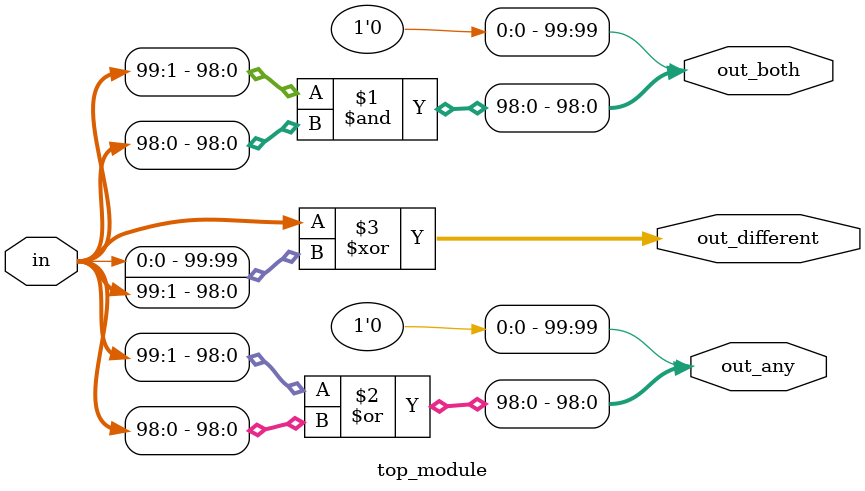
<source format=v>
module top_module (
    input  [99:0] in,
    output [99:0] out_both,
    output [99:0] out_any,
    output [99:0] out_different
);
    
    assign out_both = {1'b0, in[99:1] & in[98:0]};     
    assign out_any  = {1'b0, in[99:1] | in[98:0]};
    assign out_different = in ^ {in[0], in[99:1]};
endmodule

</source>
